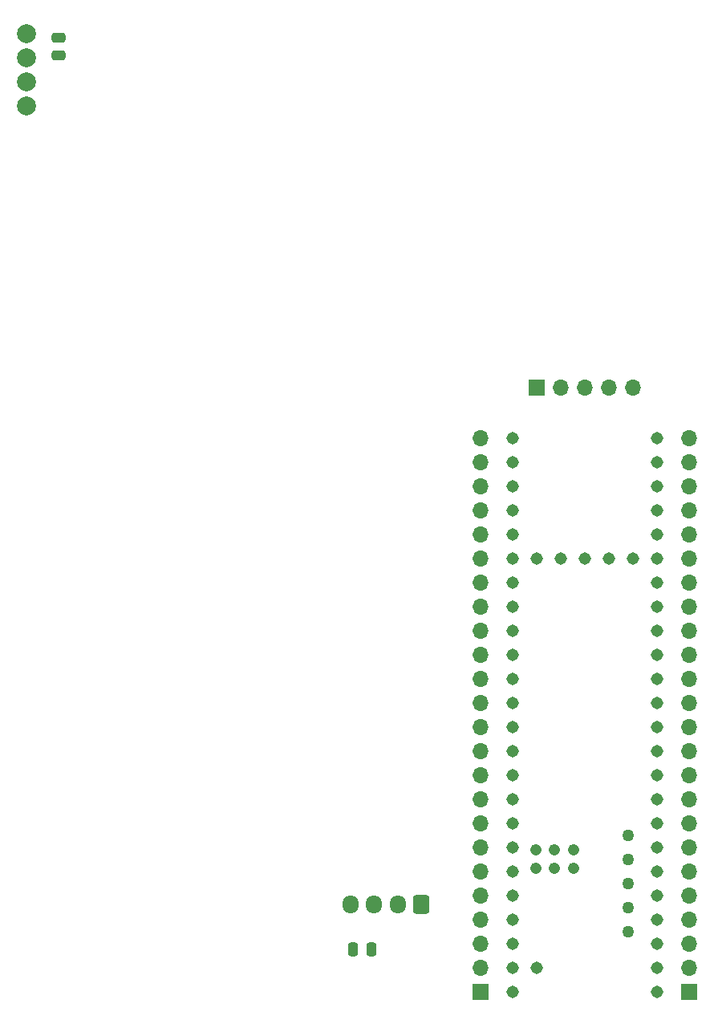
<source format=gbr>
%TF.GenerationSoftware,KiCad,Pcbnew,7.0.6-0*%
%TF.CreationDate,2023-09-15T15:12:43+10:00*%
%TF.ProjectId,Line 3.1,4c696e65-2033-42e3-912e-6b696361645f,rev?*%
%TF.SameCoordinates,Original*%
%TF.FileFunction,Soldermask,Top*%
%TF.FilePolarity,Negative*%
%FSLAX46Y46*%
G04 Gerber Fmt 4.6, Leading zero omitted, Abs format (unit mm)*
G04 Created by KiCad (PCBNEW 7.0.6-0) date 2023-09-15 15:12:43*
%MOMM*%
%LPD*%
G01*
G04 APERTURE LIST*
G04 Aperture macros list*
%AMRoundRect*
0 Rectangle with rounded corners*
0 $1 Rounding radius*
0 $2 $3 $4 $5 $6 $7 $8 $9 X,Y pos of 4 corners*
0 Add a 4 corners polygon primitive as box body*
4,1,4,$2,$3,$4,$5,$6,$7,$8,$9,$2,$3,0*
0 Add four circle primitives for the rounded corners*
1,1,$1+$1,$2,$3*
1,1,$1+$1,$4,$5*
1,1,$1+$1,$6,$7*
1,1,$1+$1,$8,$9*
0 Add four rect primitives between the rounded corners*
20,1,$1+$1,$2,$3,$4,$5,0*
20,1,$1+$1,$4,$5,$6,$7,0*
20,1,$1+$1,$6,$7,$8,$9,0*
20,1,$1+$1,$8,$9,$2,$3,0*%
G04 Aperture macros list end*
%ADD10RoundRect,0.250000X-0.475000X0.250000X-0.475000X-0.250000X0.475000X-0.250000X0.475000X0.250000X0*%
%ADD11RoundRect,0.250000X-0.250000X-0.475000X0.250000X-0.475000X0.250000X0.475000X-0.250000X0.475000X0*%
%ADD12R,1.700000X1.700000*%
%ADD13O,1.700000X1.700000*%
%ADD14C,1.308000*%
%ADD15C,1.258000*%
%ADD16C,1.208000*%
%ADD17C,2.000000*%
%ADD18RoundRect,0.250000X0.600000X0.725000X-0.600000X0.725000X-0.600000X-0.725000X0.600000X-0.725000X0*%
%ADD19O,1.700000X1.950000*%
G04 APERTURE END LIST*
D10*
%TO.C,C1*%
X94500000Y-146550000D03*
X94500000Y-148450000D03*
%TD*%
D11*
%TO.C,C2*%
X125550000Y-242750000D03*
X127450000Y-242750000D03*
%TD*%
D12*
%TO.C,J11*%
X161000000Y-247220000D03*
D13*
X161000000Y-244680000D03*
X161000000Y-242140000D03*
X161000000Y-239600000D03*
X161000000Y-237060000D03*
X161000000Y-234520000D03*
X161000000Y-231980000D03*
X161000000Y-229440000D03*
X161000000Y-226900000D03*
X161000000Y-224360000D03*
X161000000Y-221820000D03*
X161000000Y-219280000D03*
X161000000Y-216740000D03*
X161000000Y-214200000D03*
X161000000Y-211660000D03*
X161000000Y-209120000D03*
X161000000Y-206580000D03*
X161000000Y-204040000D03*
X161000000Y-201500000D03*
X161000000Y-198960000D03*
X161000000Y-196420000D03*
X161000000Y-193880000D03*
X161000000Y-191340000D03*
X161000000Y-188800000D03*
%TD*%
D12*
%TO.C,J12*%
X139000000Y-247220000D03*
D13*
X139000000Y-244680000D03*
X139000000Y-242140000D03*
X139000000Y-239600000D03*
X139000000Y-237060000D03*
X139000000Y-234520000D03*
X139000000Y-231980000D03*
X139000000Y-229440000D03*
X139000000Y-226900000D03*
X139000000Y-224360000D03*
X139000000Y-221820000D03*
X139000000Y-219280000D03*
X139000000Y-216740000D03*
X139000000Y-214200000D03*
X139000000Y-211660000D03*
X139000000Y-209120000D03*
X139000000Y-206580000D03*
X139000000Y-204040000D03*
X139000000Y-201500000D03*
X139000000Y-198960000D03*
X139000000Y-196420000D03*
X139000000Y-193880000D03*
X139000000Y-191340000D03*
X139000000Y-188800000D03*
%TD*%
D14*
%TO.C,U8*%
X157620000Y-244680000D03*
X157620000Y-242140000D03*
X157620000Y-239600000D03*
X157620000Y-237060000D03*
X157620000Y-211660000D03*
X142380000Y-242140000D03*
X152540000Y-201500000D03*
X157620000Y-234520000D03*
X157620000Y-231980000D03*
D15*
X154570000Y-240870000D03*
D14*
X157620000Y-229440000D03*
X157620000Y-226900000D03*
X157620000Y-224360000D03*
X157620000Y-221820000D03*
X157620000Y-219280000D03*
X157620000Y-216740000D03*
X157620000Y-214200000D03*
X142380000Y-214200000D03*
X142380000Y-216740000D03*
X142380000Y-219280000D03*
X142380000Y-221820000D03*
X142380000Y-224360000D03*
X142380000Y-226900000D03*
X142380000Y-229440000D03*
X142380000Y-231980000D03*
X142380000Y-234520000D03*
X142380000Y-237060000D03*
X142380000Y-239600000D03*
X157620000Y-209120000D03*
X157620000Y-206580000D03*
X157620000Y-204040000D03*
X157620000Y-201500000D03*
X157620000Y-198960000D03*
X157620000Y-196420000D03*
X157620000Y-193880000D03*
X157620000Y-191340000D03*
X157620000Y-188800000D03*
X142380000Y-188800000D03*
X142380000Y-191340000D03*
X142380000Y-193880000D03*
X142380000Y-196420000D03*
X142380000Y-198960000D03*
X142380000Y-201500000D03*
X142380000Y-204040000D03*
X142380000Y-206580000D03*
X142380000Y-209120000D03*
D15*
X154570000Y-235790000D03*
X154570000Y-238330000D03*
D14*
X157620000Y-247220000D03*
X142380000Y-211660000D03*
X142380000Y-244680000D03*
X150000000Y-201500000D03*
D16*
X146830000Y-232250000D03*
X146830000Y-234250000D03*
D14*
X144920000Y-201500000D03*
X147460000Y-201500000D03*
D16*
X144830000Y-234250000D03*
X144830000Y-232250000D03*
X148830000Y-232250000D03*
X148830000Y-234250000D03*
D15*
X154570000Y-233250000D03*
X154570000Y-230710000D03*
D14*
X155080000Y-201500000D03*
X142380000Y-247220000D03*
X144920000Y-244680000D03*
%TD*%
D12*
%TO.C,J13*%
X144925000Y-183500000D03*
D13*
X147465000Y-183500000D03*
X150005000Y-183500000D03*
X152545000Y-183500000D03*
X155085000Y-183500000D03*
%TD*%
D17*
%TO.C,U1*%
X91080000Y-153810000D03*
X91080000Y-151270000D03*
X91080000Y-148730000D03*
X91080000Y-146190000D03*
%TD*%
D18*
%TO.C,J1*%
X132750000Y-238025000D03*
D19*
X130250000Y-238025000D03*
X127750000Y-238025000D03*
X125250000Y-238025000D03*
%TD*%
M02*

</source>
